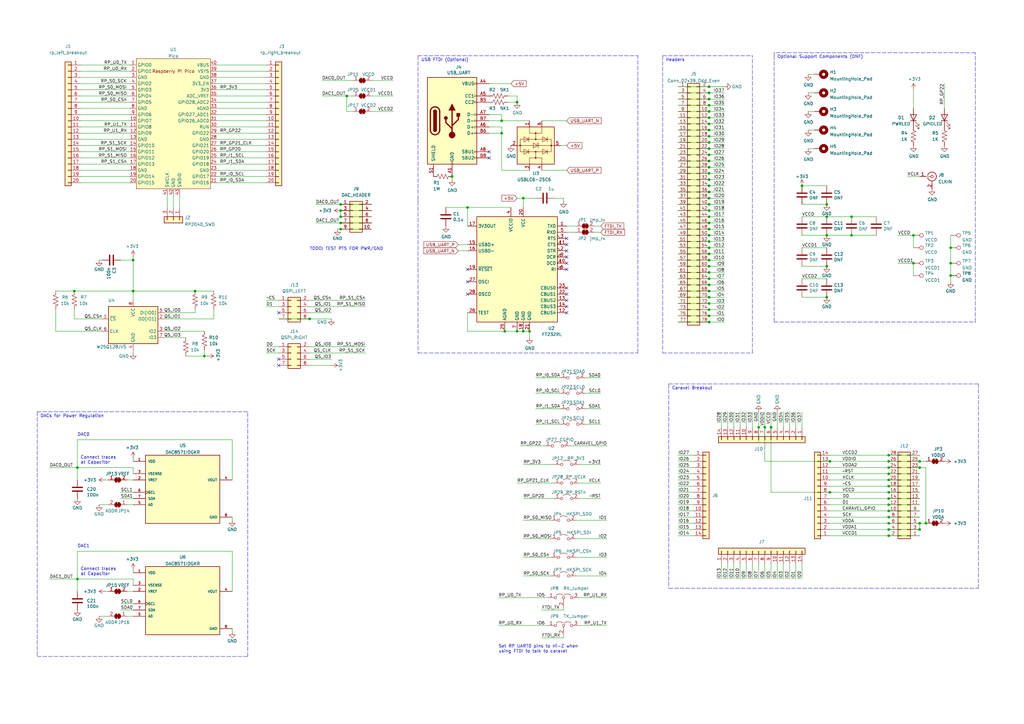
<source format=kicad_sch>
(kicad_sch (version 20211123) (generator eeschema)
  (paper "A3")
  (junction (at 364.49 201.93))
  (junction (at 364.49 214.63))
  (junction (at 290.83 106.68))
  (junction (at 139.7 83.82))
  (junction (at 290.83 93.98))
  (junction (at 339.09 83.82))
  (junction (at 364.49 199.39))
  (junction (at 290.83 121.92))
  (junction (at 377.19 189.23))
  (junction (at 311.15 175.26))
  (junction (at 364.49 194.31))
  (junction (at 290.83 58.42))
  (junction (at 349.25 88.9))
  (junction (at 290.83 101.6))
  (junction (at 339.09 109.22))
  (junction (at 364.49 209.55))
  (junction (at 290.83 55.88))
  (junction (at 374.65 96.52))
  (junction (at 379.73 214.63))
  (junction (at 290.83 119.38))
  (junction (at 377.19 214.63))
  (junction (at 31.75 237.49))
  (junction (at 290.83 35.56))
  (junction (at 214.63 81.28))
  (junction (at 339.09 96.52))
  (junction (at 389.89 101.6))
  (junction (at 316.23 175.26))
  (junction (at 364.49 204.47))
  (junction (at 31.75 191.77))
  (junction (at 139.7 91.44))
  (junction (at 313.69 175.26))
  (junction (at 339.09 88.9))
  (junction (at 212.09 135.89))
  (junction (at 290.83 132.08))
  (junction (at 290.83 111.76))
  (junction (at 290.83 114.3))
  (junction (at 205.74 54.61))
  (junction (at 290.83 83.82))
  (junction (at 290.83 127))
  (junction (at 290.83 53.34))
  (junction (at 339.09 121.92))
  (junction (at 389.89 107.95))
  (junction (at 217.17 135.89))
  (junction (at 340.36 189.23))
  (junction (at 290.83 68.58))
  (junction (at 364.49 186.69))
  (junction (at 377.19 191.77))
  (junction (at 290.83 63.5))
  (junction (at 54.61 119.38))
  (junction (at 80.01 119.38))
  (junction (at 290.83 73.66))
  (junction (at 364.49 217.17))
  (junction (at 290.83 48.26))
  (junction (at 364.49 219.71))
  (junction (at 54.61 106.68))
  (junction (at 205.74 49.53))
  (junction (at 340.36 201.93))
  (junction (at 212.09 41.91))
  (junction (at 290.83 129.54))
  (junction (at 30.48 119.38))
  (junction (at 290.83 66.04))
  (junction (at 290.83 88.9))
  (junction (at 139.7 88.9))
  (junction (at 349.25 96.52))
  (junction (at 364.49 207.01))
  (junction (at 364.49 212.09))
  (junction (at 364.49 196.85))
  (junction (at 290.83 99.06))
  (junction (at 290.83 40.64))
  (junction (at 290.83 76.2))
  (junction (at 290.83 45.72))
  (junction (at 290.83 124.46))
  (junction (at 191.77 85.09))
  (junction (at 142.24 39.37))
  (junction (at 139.7 86.36))
  (junction (at 290.83 104.14))
  (junction (at 127 130.81))
  (junction (at 83.82 146.05))
  (junction (at 290.83 78.74))
  (junction (at 290.83 116.84))
  (junction (at 290.83 81.28))
  (junction (at 377.19 217.17))
  (junction (at 290.83 43.18))
  (junction (at 364.49 189.23))
  (junction (at 290.83 50.8))
  (junction (at 389.89 113.03))
  (junction (at 290.83 60.96))
  (junction (at 290.83 38.1))
  (junction (at 185.42 72.39))
  (junction (at 139.7 93.98))
  (junction (at 290.83 71.12))
  (junction (at 290.83 109.22))
  (junction (at 374.65 107.95))
  (junction (at 290.83 86.36))
  (junction (at 207.01 135.89))
  (junction (at 214.63 135.89))
  (junction (at 364.49 191.77))
  (junction (at 290.83 96.52))
  (junction (at 290.83 91.44))
  (junction (at 328.93 76.2))
  (no_connect (at 200.66 64.77))
  (no_connect (at 232.41 125.73))
  (no_connect (at 232.41 105.41))
  (no_connect (at 232.41 123.19))
  (no_connect (at 114.3 147.32))
  (no_connect (at 114.3 149.86))
  (no_connect (at 232.41 107.95))
  (no_connect (at 232.41 100.33))
  (no_connect (at 114.3 128.27))
  (no_connect (at 232.41 102.87))
  (no_connect (at 232.41 120.65))
  (no_connect (at 191.77 110.49))
  (no_connect (at 191.77 115.57))
  (no_connect (at 232.41 97.79))
  (no_connect (at 232.41 110.49))
  (no_connect (at 200.66 62.23))
  (no_connect (at 191.77 120.65))
  (no_connect (at 232.41 128.27))
  (no_connect (at 232.41 118.11))
  (polyline (pts (xy 274.32 157.48) (xy 274.32 215.9)))
  (wire (pts (xy 109.22 144.78) (xy 114.3 144.78)))
  (wire (pts (xy 290.83 101.6) (xy 297.18 101.6)))
  (wire (pts (xy 328.93 96.52) (xy 339.09 96.52)))
  (wire (pts (xy 290.83 40.64) (xy 297.18 40.64)))
  (wire (pts (xy 76.2 146.05) (xy 83.82 146.05)))
  (wire (pts (xy 340.36 204.47) (xy 364.49 204.47)))
  (wire (pts (xy 33.02 67.31) (xy 53.34 67.31)))
  (wire (pts (xy 340.36 214.63) (xy 364.49 214.63)))
  (wire (pts (xy 139.7 93.98) (xy 152.4 93.98)))
  (polyline (pts (xy 15.24 168.91) (xy 15.24 269.24)))
  (wire (pts (xy 232.41 59.69) (xy 229.87 59.69)))
  (wire (pts (xy 374.65 36.83) (xy 374.65 44.45)))
  (wire (pts (xy 300.99 231.14) (xy 300.99 237.49)))
  (wire (pts (xy 318.77 231.14) (xy 318.77 237.49)))
  (wire (pts (xy 278.13 88.9) (xy 290.83 88.9)))
  (wire (pts (xy 306.07 231.14) (xy 306.07 237.49)))
  (wire (pts (xy 374.65 96.52) (xy 374.65 101.6)))
  (polyline (pts (xy 274.32 215.9) (xy 274.32 241.3)))
  (wire (pts (xy 364.49 186.69) (xy 377.19 186.69)))
  (wire (pts (xy 129.54 83.82) (xy 139.7 83.82)))
  (wire (pts (xy 290.83 53.34) (xy 297.18 53.34)))
  (polyline (pts (xy 274.32 241.3) (xy 401.32 241.3)))
  (wire (pts (xy 278.13 43.18) (xy 290.83 43.18)))
  (wire (pts (xy 278.13 76.2) (xy 290.83 76.2)))
  (wire (pts (xy 33.02 52.07) (xy 53.34 52.07)))
  (wire (pts (xy 212.09 39.37) (xy 212.09 41.91)))
  (polyline (pts (xy 401.32 241.3) (xy 401.32 157.48)))
  (polyline (pts (xy 271.78 22.86) (xy 308.61 22.86)))
  (wire (pts (xy 80.01 128.27) (xy 80.01 127)))
  (wire (pts (xy 31.75 226.06) (xy 95.25 226.06)))
  (wire (pts (xy 73.66 80.01) (xy 73.66 85.09)))
  (wire (pts (xy 191.77 92.71) (xy 191.77 85.09)))
  (wire (pts (xy 33.02 72.39) (xy 53.34 72.39)))
  (wire (pts (xy 127 125.73) (xy 149.86 125.73)))
  (wire (pts (xy 54.61 233.68) (xy 54.61 234.95)))
  (wire (pts (xy 139.7 91.44) (xy 152.4 91.44)))
  (wire (pts (xy 88.9 29.21) (xy 109.22 29.21)))
  (wire (pts (xy 214.63 220.98) (xy 226.06 220.98)))
  (wire (pts (xy 205.74 69.85) (xy 217.17 69.85)))
  (wire (pts (xy 54.61 240.03) (xy 54.61 237.49)))
  (wire (pts (xy 212.09 135.89) (xy 214.63 135.89)))
  (wire (pts (xy 303.53 168.91) (xy 303.53 175.26)))
  (wire (pts (xy 240.03 161.29) (xy 246.38 161.29)))
  (wire (pts (xy 340.36 191.77) (xy 364.49 191.77)))
  (wire (pts (xy 33.02 64.77) (xy 53.34 64.77)))
  (wire (pts (xy 152.4 39.37) (xy 161.29 39.37)))
  (wire (pts (xy 278.13 60.96) (xy 290.83 60.96)))
  (wire (pts (xy 290.83 50.8) (xy 297.18 50.8)))
  (wire (pts (xy 33.02 74.93) (xy 53.34 74.93)))
  (wire (pts (xy 49.53 247.65) (xy 54.61 247.65)))
  (wire (pts (xy 278.13 199.39) (xy 284.48 199.39)))
  (wire (pts (xy 339.09 88.9) (xy 349.25 88.9)))
  (wire (pts (xy 222.25 49.53) (xy 232.41 49.53)))
  (wire (pts (xy 87.63 127) (xy 87.63 130.81)))
  (wire (pts (xy 278.13 209.55) (xy 284.48 209.55)))
  (wire (pts (xy 214.63 213.36) (xy 226.06 213.36)))
  (wire (pts (xy 83.82 143.51) (xy 83.82 146.05)))
  (wire (pts (xy 54.61 106.68) (xy 54.61 119.38)))
  (wire (pts (xy 308.61 231.14) (xy 308.61 237.49)))
  (wire (pts (xy 187.96 102.87) (xy 191.77 102.87)))
  (wire (pts (xy 340.36 199.39) (xy 364.49 199.39)))
  (polyline (pts (xy 171.45 22.86) (xy 261.62 22.86)))
  (wire (pts (xy 243.84 92.71) (xy 246.38 92.71)))
  (polyline (pts (xy 271.78 22.86) (xy 271.78 144.78)))
  (wire (pts (xy 328.93 101.6) (xy 339.09 101.6)))
  (wire (pts (xy 306.07 168.91) (xy 306.07 175.26)))
  (wire (pts (xy 213.36 182.88) (xy 223.52 182.88)))
  (wire (pts (xy 278.13 48.26) (xy 290.83 48.26)))
  (wire (pts (xy 389.89 101.6) (xy 389.89 107.95)))
  (wire (pts (xy 368.3 96.52) (xy 374.65 96.52)))
  (wire (pts (xy 212.09 198.12) (xy 227.33 198.12)))
  (wire (pts (xy 300.99 168.91) (xy 300.99 175.26)))
  (wire (pts (xy 328.93 168.91) (xy 328.93 175.26)))
  (wire (pts (xy 290.83 93.98) (xy 297.18 93.98)))
  (wire (pts (xy 132.08 39.37) (xy 142.24 39.37)))
  (wire (pts (xy 278.13 109.22) (xy 290.83 109.22)))
  (wire (pts (xy 88.9 34.29) (xy 109.22 34.29)))
  (wire (pts (xy 127 128.27) (xy 135.89 128.27)))
  (wire (pts (xy 54.61 105.41) (xy 54.61 106.68)))
  (wire (pts (xy 290.83 111.76) (xy 297.18 111.76)))
  (wire (pts (xy 54.61 194.31) (xy 54.61 191.77)))
  (wire (pts (xy 278.13 214.63) (xy 284.48 214.63)))
  (wire (pts (xy 278.13 191.77) (xy 284.48 191.77)))
  (wire (pts (xy 295.91 168.91) (xy 295.91 175.26)))
  (wire (pts (xy 127 144.78) (xy 149.86 144.78)))
  (wire (pts (xy 340.36 201.93) (xy 364.49 201.93)))
  (wire (pts (xy 33.02 59.69) (xy 53.34 59.69)))
  (wire (pts (xy 379.73 214.63) (xy 379.73 191.77)))
  (wire (pts (xy 204.47 256.54) (xy 224.79 256.54)))
  (wire (pts (xy 331.47 30.48) (xy 334.01 30.48)))
  (wire (pts (xy 240.03 167.64) (xy 246.38 167.64)))
  (wire (pts (xy 49.53 201.93) (xy 54.61 201.93)))
  (wire (pts (xy 364.49 201.93) (xy 377.19 201.93)))
  (wire (pts (xy 278.13 35.56) (xy 290.83 35.56)))
  (wire (pts (xy 208.28 39.37) (xy 212.09 39.37)))
  (wire (pts (xy 222.25 261.62) (xy 231.14 261.62)))
  (wire (pts (xy 200.66 54.61) (xy 205.74 54.61)))
  (wire (pts (xy 88.9 54.61) (xy 109.22 54.61)))
  (wire (pts (xy 364.49 212.09) (xy 377.19 212.09)))
  (wire (pts (xy 278.13 119.38) (xy 290.83 119.38)))
  (wire (pts (xy 139.7 86.36) (xy 152.4 86.36)))
  (wire (pts (xy 236.22 220.98) (xy 248.92 220.98)))
  (wire (pts (xy 316.23 231.14) (xy 316.23 237.49)))
  (wire (pts (xy 364.49 207.01) (xy 377.19 207.01)))
  (wire (pts (xy 311.15 168.91) (xy 311.15 175.26)))
  (wire (pts (xy 67.31 135.89) (xy 83.82 135.89)))
  (wire (pts (xy 331.47 60.96) (xy 334.01 60.96)))
  (wire (pts (xy 290.83 109.22) (xy 297.18 109.22)))
  (polyline (pts (xy 274.32 157.48) (xy 364.49 157.48)))
  (wire (pts (xy 340.36 219.71) (xy 364.49 219.71)))
  (wire (pts (xy 278.13 83.82) (xy 290.83 83.82)))
  (wire (pts (xy 278.13 66.04) (xy 290.83 66.04)))
  (wire (pts (xy 278.13 38.1) (xy 290.83 38.1)))
  (wire (pts (xy 88.9 57.15) (xy 109.22 57.15)))
  (polyline (pts (xy 171.45 82.55) (xy 171.45 144.78)))
  (wire (pts (xy 214.63 204.47) (xy 227.33 204.47)))
  (wire (pts (xy 278.13 106.68) (xy 290.83 106.68)))
  (wire (pts (xy 364.49 219.71) (xy 377.19 219.71)))
  (wire (pts (xy 323.85 231.14) (xy 323.85 237.49)))
  (wire (pts (xy 290.83 63.5) (xy 297.18 63.5)))
  (wire (pts (xy 88.9 46.99) (xy 109.22 46.99)))
  (wire (pts (xy 364.49 191.77) (xy 377.19 191.77)))
  (polyline (pts (xy 261.62 81.28) (xy 261.62 22.86)))
  (wire (pts (xy 278.13 219.71) (xy 284.48 219.71)))
  (wire (pts (xy 219.71 154.94) (xy 229.87 154.94)))
  (wire (pts (xy 144.78 45.72) (xy 142.24 45.72)))
  (wire (pts (xy 139.7 88.9) (xy 152.4 88.9)))
  (wire (pts (xy 88.9 36.83) (xy 109.22 36.83)))
  (wire (pts (xy 40.64 106.68) (xy 41.91 106.68)))
  (wire (pts (xy 205.74 46.99) (xy 205.74 49.53)))
  (wire (pts (xy 278.13 121.92) (xy 290.83 121.92)))
  (wire (pts (xy 311.15 175.26) (xy 311.15 181.61)))
  (wire (pts (xy 219.71 173.99) (xy 229.87 173.99)))
  (wire (pts (xy 88.9 67.31) (xy 109.22 67.31)))
  (wire (pts (xy 33.02 49.53) (xy 53.34 49.53)))
  (wire (pts (xy 290.83 35.56) (xy 297.18 35.56)))
  (wire (pts (xy 278.13 81.28) (xy 290.83 81.28)))
  (wire (pts (xy 290.83 71.12) (xy 297.18 71.12)))
  (wire (pts (xy 31.75 180.34) (xy 95.25 180.34)))
  (wire (pts (xy 364.49 194.31) (xy 377.19 194.31)))
  (wire (pts (xy 33.02 44.45) (xy 53.34 44.45)))
  (wire (pts (xy 33.02 46.99) (xy 53.34 46.99)))
  (wire (pts (xy 54.61 143.51) (xy 54.61 144.78)))
  (wire (pts (xy 290.83 99.06) (xy 297.18 99.06)))
  (wire (pts (xy 339.09 96.52) (xy 349.25 96.52)))
  (wire (pts (xy 22.86 135.89) (xy 41.91 135.89)))
  (wire (pts (xy 243.84 95.25) (xy 246.38 95.25)))
  (wire (pts (xy 236.22 228.6) (xy 248.92 228.6)))
  (wire (pts (xy 31.75 226.06) (xy 31.75 237.49)))
  (wire (pts (xy 321.31 168.91) (xy 321.31 175.26)))
  (wire (pts (xy 290.83 106.68) (xy 297.18 106.68)))
  (wire (pts (xy 67.31 138.43) (xy 76.2 138.43)))
  (wire (pts (xy 313.69 189.23) (xy 340.36 189.23)))
  (wire (pts (xy 88.9 39.37) (xy 109.22 39.37)))
  (wire (pts (xy 132.08 33.02) (xy 144.78 33.02)))
  (wire (pts (xy 240.03 173.99) (xy 246.38 173.99)))
  (wire (pts (xy 290.83 86.36) (xy 297.18 86.36)))
  (wire (pts (xy 52.07 252.73) (xy 54.61 252.73)))
  (wire (pts (xy 389.89 113.03) (xy 389.89 115.57)))
  (wire (pts (xy 127 130.81) (xy 135.89 130.81)))
  (wire (pts (xy 109.22 142.24) (xy 114.3 142.24)))
  (wire (pts (xy 278.13 86.36) (xy 290.83 86.36)))
  (wire (pts (xy 290.83 91.44) (xy 297.18 91.44)))
  (wire (pts (xy 142.24 45.72) (xy 142.24 39.37)))
  (wire (pts (xy 88.9 74.93) (xy 109.22 74.93)))
  (wire (pts (xy 67.31 128.27) (xy 80.01 128.27)))
  (wire (pts (xy 323.85 168.91) (xy 323.85 175.26)))
  (wire (pts (xy 290.83 55.88) (xy 297.18 55.88)))
  (wire (pts (xy 387.35 34.29) (xy 387.35 44.45)))
  (wire (pts (xy 88.9 44.45) (xy 109.22 44.45)))
  (polyline (pts (xy 261.62 144.78) (xy 261.62 81.28)))
  (wire (pts (xy 340.36 209.55) (xy 364.49 209.55)))
  (polyline (pts (xy 317.5 132.08) (xy 400.05 132.08)))
  (wire (pts (xy 278.13 124.46) (xy 290.83 124.46)))
  (polyline (pts (xy 308.61 144.78) (xy 308.61 22.86)))
  (wire (pts (xy 340.36 207.01) (xy 364.49 207.01)))
  (wire (pts (xy 326.39 231.14) (xy 326.39 237.49)))
  (wire (pts (xy 316.23 175.26) (xy 316.23 201.93)))
  (wire (pts (xy 83.82 146.05) (xy 85.09 146.05)))
  (wire (pts (xy 290.83 66.04) (xy 297.18 66.04)))
  (wire (pts (xy 212.09 81.28) (xy 214.63 81.28)))
  (wire (pts (xy 278.13 93.98) (xy 290.83 93.98)))
  (wire (pts (xy 33.02 31.75) (xy 53.34 31.75)))
  (wire (pts (xy 114.3 130.81) (xy 127 130.81)))
  (wire (pts (xy 278.13 129.54) (xy 290.83 129.54)))
  (wire (pts (xy 205.74 54.61) (xy 205.74 69.85)))
  (wire (pts (xy 298.45 231.14) (xy 298.45 237.49)))
  (wire (pts (xy 278.13 194.31) (xy 284.48 194.31)))
  (wire (pts (xy 364.49 214.63) (xy 377.19 214.63)))
  (wire (pts (xy 364.49 199.39) (xy 377.19 199.39)))
  (polyline (pts (xy 15.24 269.24) (xy 101.6 269.24)))
  (wire (pts (xy 278.13 101.6) (xy 290.83 101.6)))
  (wire (pts (xy 231.14 248.92) (xy 231.14 250.19)))
  (wire (pts (xy 33.02 41.91) (xy 53.34 41.91)))
  (wire (pts (xy 278.13 45.72) (xy 290.83 45.72)))
  (polyline (pts (xy 171.45 22.86) (xy 171.45 81.28)))
  (wire (pts (xy 349.25 88.9) (xy 359.41 88.9)))
  (wire (pts (xy 328.93 114.3) (xy 339.09 114.3)))
  (wire (pts (xy 33.02 62.23) (xy 53.34 62.23)))
  (wire (pts (xy 31.75 191.77) (xy 31.75 196.85)))
  (wire (pts (xy 290.83 104.14) (xy 297.18 104.14)))
  (wire (pts (xy 109.22 125.73) (xy 114.3 125.73)))
  (wire (pts (xy 30.48 119.38) (xy 54.61 119.38)))
  (wire (pts (xy 290.83 132.08) (xy 297.18 132.08)))
  (wire (pts (xy 49.53 250.19) (xy 54.61 250.19)))
  (wire (pts (xy 278.13 217.17) (xy 284.48 217.17)))
  (wire (pts (xy 278.13 78.74) (xy 290.83 78.74)))
  (wire (pts (xy 88.9 64.77) (xy 109.22 64.77)))
  (wire (pts (xy 33.02 26.67) (xy 53.34 26.67)))
  (wire (pts (xy 200.66 52.07) (xy 205.74 52.07)))
  (wire (pts (xy 138.43 93.98) (xy 139.7 93.98)))
  (wire (pts (xy 278.13 186.69) (xy 284.48 186.69)))
  (wire (pts (xy 278.13 196.85) (xy 284.48 196.85)))
  (wire (pts (xy 49.53 204.47) (xy 54.61 204.47)))
  (wire (pts (xy 54.61 119.38) (xy 54.61 123.19)))
  (wire (pts (xy 278.13 204.47) (xy 284.48 204.47)))
  (wire (pts (xy 236.22 236.22) (xy 248.92 236.22)))
  (wire (pts (xy 88.9 59.69) (xy 109.22 59.69)))
  (wire (pts (xy 278.13 96.52) (xy 290.83 96.52)))
  (wire (pts (xy 204.47 245.11) (xy 224.79 245.11)))
  (wire (pts (xy 340.36 196.85) (xy 364.49 196.85)))
  (wire (pts (xy 214.63 135.89) (xy 217.17 135.89)))
  (wire (pts (xy 222.25 69.85) (xy 232.41 69.85)))
  (wire (pts (xy 20.32 191.77) (xy 31.75 191.77)))
  (wire (pts (xy 205.74 52.07) (xy 205.74 54.61)))
  (wire (pts (xy 364.49 217.17) (xy 377.19 217.17)))
  (wire (pts (xy 237.49 204.47) (xy 246.38 204.47)))
  (wire (pts (xy 374.65 107.95) (xy 374.65 113.03)))
  (wire (pts (xy 219.71 167.64) (xy 229.87 167.64)))
  (wire (pts (xy 54.61 187.96) (xy 54.61 189.23)))
  (wire (pts (xy 185.42 72.39) (xy 185.42 73.66)))
  (wire (pts (xy 278.13 127) (xy 290.83 127)))
  (polyline (pts (xy 15.24 168.91) (xy 101.6 168.91)))
  (wire (pts (xy 200.66 49.53) (xy 205.74 49.53)))
  (wire (pts (xy 278.13 207.01) (xy 284.48 207.01)))
  (polyline (pts (xy 101.6 269.24) (xy 101.6 168.91)))
  (wire (pts (xy 20.32 237.49) (xy 31.75 237.49)))
  (wire (pts (xy 236.22 213.36) (xy 248.92 213.36)))
  (wire (pts (xy 88.9 41.91) (xy 109.22 41.91)))
  (wire (pts (xy 217.17 135.89) (xy 217.17 138.43)))
  (wire (pts (xy 231.14 82.55) (xy 231.14 81.28)))
  (wire (pts (xy 80.01 119.38) (xy 87.63 119.38)))
  (wire (pts (xy 95.25 226.06) (xy 95.25 242.57)))
  (wire (pts (xy 290.83 81.28) (xy 297.18 81.28)))
  (wire (pts (xy 232.41 92.71) (xy 236.22 92.71)))
  (wire (pts (xy 152.4 33.02) (xy 161.29 33.02)))
  (polyline (pts (xy 317.5 21.59) (xy 317.5 22.86)))
  (wire (pts (xy 308.61 168.91) (xy 308.61 175.26)))
  (wire (pts (xy 377.19 214.63) (xy 379.73 214.63)))
  (wire (pts (xy 95.25 257.81) (xy 95.25 259.08)))
  (wire (pts (xy 88.9 62.23) (xy 109.22 62.23)))
  (wire (pts (xy 232.41 95.25) (xy 236.22 95.25)))
  (wire (pts (xy 88.9 52.07) (xy 109.22 52.07)))
  (wire (pts (xy 43.18 196.85) (xy 44.45 196.85)))
  (wire (pts (xy 191.77 85.09) (xy 209.55 85.09)))
  (wire (pts (xy 95.25 180.34) (xy 95.25 196.85)))
  (wire (pts (xy 379.73 191.77) (xy 377.19 191.77)))
  (wire (pts (xy 191.77 135.89) (xy 207.01 135.89)))
  (wire (pts (xy 290.83 88.9) (xy 297.18 88.9)))
  (wire (pts (xy 30.48 130.81) (xy 30.48 127)))
  (wire (pts (xy 212.09 41.91) (xy 208.28 41.91)))
  (wire (pts (xy 278.13 201.93) (xy 284.48 201.93)))
  (wire (pts (xy 290.83 83.82) (xy 297.18 83.82)))
  (wire (pts (xy 88.9 69.85) (xy 109.22 69.85)))
  (wire (pts (xy 290.83 119.38) (xy 297.18 119.38)))
  (wire (pts (xy 290.83 114.3) (xy 297.18 114.3)))
  (wire (pts (xy 290.83 121.92) (xy 297.18 121.92)))
  (wire (pts (xy 214.63 190.5) (xy 227.33 190.5)))
  (wire (pts (xy 200.66 46.99) (xy 205.74 46.99)))
  (wire (pts (xy 142.24 39.37) (xy 144.78 39.37)))
  (wire (pts (xy 33.02 29.21) (xy 53.34 29.21)))
  (wire (pts (xy 331.47 38.1) (xy 334.01 38.1)))
  (polyline (pts (xy 317.5 22.86) (xy 317.5 132.08)))
  (wire (pts (xy 88.9 72.39) (xy 109.22 72.39)))
  (wire (pts (xy 127 123.19) (xy 149.86 123.19)))
  (wire (pts (xy 290.83 116.84) (xy 297.18 116.84)))
  (wire (pts (xy 298.45 168.91) (xy 298.45 175.26)))
  (wire (pts (xy 52.07 207.01) (xy 54.61 207.01)))
  (wire (pts (xy 340.36 189.23) (xy 364.49 189.23)))
  (wire (pts (xy 290.83 38.1) (xy 297.18 38.1)))
  (wire (pts (xy 278.13 212.09) (xy 284.48 212.09)))
  (wire (pts (xy 311.15 231.14) (xy 311.15 237.49)))
  (wire (pts (xy 389.89 96.52) (xy 389.89 101.6)))
  (wire (pts (xy 33.02 69.85) (xy 53.34 69.85)))
  (wire (pts (xy 54.61 119.38) (xy 80.01 119.38)))
  (wire (pts (xy 340.36 186.69) (xy 364.49 186.69)))
  (wire (pts (xy 290.83 78.74) (xy 297.18 78.74)))
  (wire (pts (xy 278.13 99.06) (xy 290.83 99.06)))
  (wire (pts (xy 328.93 88.9) (xy 339.09 88.9)))
  (wire (pts (xy 331.47 53.34) (xy 334.01 53.34)))
  (wire (pts (xy 278.13 63.5) (xy 290.83 63.5)))
  (wire (pts (xy 40.64 207.01) (xy 44.45 207.01)))
  (wire (pts (xy 340.36 212.09) (xy 364.49 212.09)))
  (wire (pts (xy 377.19 214.63) (xy 377.19 217.17)))
  (wire (pts (xy 127 147.32) (xy 135.89 147.32)))
  (wire (pts (xy 290.83 45.72) (xy 297.18 45.72)))
  (wire (pts (xy 316.23 168.91) (xy 316.23 175.26)))
  (wire (pts (xy 40.64 252.73) (xy 44.45 252.73)))
  (wire (pts (xy 214.63 81.28) (xy 219.71 81.28)))
  (wire (pts (xy 364.49 189.23) (xy 377.19 189.23)))
  (wire (pts (xy 33.02 57.15) (xy 53.34 57.15)))
  (polyline (pts (xy 400.05 132.08) (xy 400.05 21.59)))
  (wire (pts (xy 290.83 68.58) (xy 297.18 68.58)))
  (wire (pts (xy 290.83 60.96) (xy 297.18 60.96)))
  (wire (pts (xy 33.02 54.61) (xy 53.34 54.61)))
  (wire (pts (xy 43.18 242.57) (xy 44.45 242.57)))
  (wire (pts (xy 237.49 245.11) (xy 248.92 245.11)))
  (wire (pts (xy 231.14 81.28) (xy 227.33 81.28)))
  (wire (pts (xy 67.31 130.81) (xy 87.63 130.81)))
  (wire (pts (xy 200.66 34.29) (xy 209.55 34.29)))
  (wire (pts (xy 340.36 217.17) (xy 364.49 217.17)))
  (wire (pts (xy 33.02 39.37) (xy 53.34 39.37)))
  (polyline (pts (xy 400.05 21.59) (xy 317.5 21.59)))
  (wire (pts (xy 290.83 96.52) (xy 297.18 96.52)))
  (wire (pts (xy 278.13 71.12) (xy 290.83 71.12)))
  (wire (pts (xy 313.69 175.26) (xy 313.69 189.23)))
  (wire (pts (xy 22.86 119.38) (xy 30.48 119.38)))
  (wire (pts (xy 219.71 161.29) (xy 229.87 161.29)))
  (wire (pts (xy 349.25 96.52) (xy 359.41 96.52)))
  (wire (pts (xy 68.58 80.01) (xy 68.58 85.09)))
  (wire (pts (xy 71.12 80.01) (xy 71.12 85.09)))
  (wire (pts (xy 49.53 106.68) (xy 54.61 106.68)))
  (wire (pts (xy 303.53 231.14) (xy 303.53 237.49)))
  (wire (pts (xy 214.63 228.6) (xy 226.06 228.6)))
  (wire (pts (xy 328.93 231.14) (xy 328.93 237.49)))
  (wire (pts (xy 129.54 91.44) (xy 139.7 91.44)))
  (wire (pts (xy 364.49 209.55) (xy 377.19 209.55)))
  (wire (pts (xy 278.13 132.08) (xy 290.83 132.08)))
  (wire (pts (xy 372.11 72.39) (xy 377.19 72.39)))
  (wire (pts (xy 368.3 107.95) (xy 374.65 107.95)))
  (wire (pts (xy 331.47 45.72) (xy 334.01 45.72)))
  (wire (pts (xy 278.13 68.58) (xy 290.83 68.58)))
  (wire (pts (xy 191.77 128.27) (xy 191.77 135.89)))
  (wire (pts (xy 377.19 189.23) (xy 379.73 189.23)))
  (wire (pts (xy 214.63 236.22) (xy 226.06 236.22)))
  (polyline (pts (xy 271.78 144.78) (xy 308.61 144.78)))
  (wire (pts (xy 328.93 109.22) (xy 339.09 109.22)))
  (wire (pts (xy 313.69 168.91) (xy 313.69 175.26)))
  (wire (pts (xy 318.77 168.91) (xy 318.77 175.26)))
  (wire (pts (xy 231.14 260.35) (xy 231.14 261.62)))
  (wire (pts (xy 54.61 191.77) (xy 31.75 191.77)))
  (wire (pts (xy 127 142.24) (xy 149.86 142.24)))
  (wire (pts (xy 278.13 189.23) (xy 284.48 189.23)))
  (wire (pts (xy 31.75 180.34) (xy 31.75 191.77)))
  (wire (pts (xy 290.83 48.26) (xy 297.18 48.26)))
  (wire (pts (xy 364.49 196.85) (xy 377.19 196.85)))
  (wire (pts (xy 139.7 83.82) (xy 152.4 83.82)))
  (wire (pts (xy 328.93 76.2) (xy 339.09 76.2)))
  (wire (pts (xy 237.49 190.5) (xy 246.38 190.5)))
  (wire (pts (xy 364.49 204.47) (xy 377.19 204.47)))
  (wire (pts (xy 290.83 124.46) (xy 297.18 124.46)))
  (wire (pts (xy 326.39 168.91) (xy 326.39 175.26)))
  (wire (pts (xy 214.63 81.28) (xy 214.63 85.09)))
  (wire (pts (xy 88.9 49.53) (xy 109.22 49.53)))
  (wire (pts (xy 278.13 114.3) (xy 290.83 114.3)))
  (wire (pts (xy 290.83 43.18) (xy 297.18 43.18)))
  (wire (pts (xy 54.61 237.49) (xy 31.75 237.49)))
  (wire (pts (xy 290.83 129.54) (xy 297.18 129.54)))
  (wire (pts (xy 187.96 100.33) (xy 191.77 100.33)))
  (wire (pts (xy 207.01 135.89) (xy 212.09 135.89)))
  (wire (pts (xy 233.68 182.88) (xy 248.92 182.88)))
  (wire (pts (xy 290.83 73.66) (xy 297.18 73.66)))
  (wire (pts (xy 22.86 127) (xy 22.86 135.89)))
  (wire (pts (xy 33.02 34.29) (xy 53.34 34.29)))
  (wire (pts (xy 95.25 212.09) (xy 95.25 213.36)))
  (wire (pts (xy 316.23 201.93) (xy 340.36 201.93)))
  (wire (pts (xy 127 149.86) (xy 135.89 149.86)))
  (wire (pts (xy 290.83 127) (xy 297.18 127)))
  (wire (pts (xy 278.13 111.76) (xy 290.83 111.76)))
  (wire (pts (xy 33.02 36.83) (xy 53.34 36.83)))
  (wire (pts (xy 278.13 58.42) (xy 290.83 58.42)))
  (wire (pts (xy 328.93 121.92) (xy 339.09 121.92)))
  (wire (pts (xy 139.7 86.36) (xy 139.7 88.9)))
  (wire (pts (xy 52.07 242.57) (xy 54.61 242.57)))
  (wire (pts (xy 389.89 107.95) (xy 389.89 113.03)))
  (wire (pts (xy 237.49 198.12) (xy 246.38 198.12)))
  (polyline (pts (xy 171.45 144.78) (xy 261.62 144.78)))
  (wire (pts (xy 88.9 31.75) (xy 109.22 31.75)))
  (wire (pts (xy 278.13 50.8) (xy 290.83 50.8)))
  (wire (pts (xy 295.91 231.14) (xy 295.91 237.49)))
  (wire (pts (xy 222.25 250.19) (xy 231.14 250.19)))
  (polyline (pts (xy 171.45 81.28) (xy 171.45 82.55)))
  (wire (pts (xy 340.36 194.31) (xy 364.49 194.31)))
  (wire (pts (xy 278.13 73.66) (xy 290.83 73.66)))
  (wire (pts (xy 290.83 76.2) (xy 297.18 76.2)))
  (wire (pts (xy 278.13 91.44) (xy 290.83 91.44)))
  (wire (pts (xy 109.22 123.19) (xy 114.3 123.19)))
  (wire (pts (xy 182.88 85.09) (xy 191.77 85.09)))
  (wire (pts (xy 152.4 45.72) (xy 161.29 45.72)))
  (wire (pts (xy 278.13 40.64) (xy 290.83 40.64)))
  (wire (pts (xy 313.69 231.14) (xy 313.69 237.49)))
  (polyline (pts (xy 401.32 157.48) (xy 364.49 157.48)))
  (wire (pts (xy 290.83 58.42) (xy 297.18 58.42)))
  (wire (pts (xy 31.75 237.49) (xy 31.75 242.57)))
  (wire (pts (xy 205.74 49.53) (xy 217.17 49.53)))
  (wire (pts (xy 30.48 130.81) (xy 41.91 130.81)))
  (wire (pts (xy 278.13 53.34) (xy 290.83 53.34)))
  (wire (pts (xy 278.13 116.84) (xy 290.83 116.84)))
  (wire (pts (xy 240.03 154.94) (xy 246.38 154.94)))
  (wire (pts (xy 321.31 231.14) (xy 321.31 237.49)))
  (wire (pts (xy 278.13 55.88) (xy 290.83 55.88)))
  (wire (pts (xy 52.07 196.85) (xy 54.61 196.85)))
  (wire (pts (xy 278.13 104.14) (xy 290.83 104.14)))
  (wire (pts (xy 88.9 26.67) (xy 109.22 26.67)))
  (wire (pts (xy 237.49 256.54) (xy 248.92 256.54)))
  (wire (pts (xy 328.93 83.82) (xy 339.09 83.82)))
  (text "Set RP UART0 pins to Hi-Z when\nusing FTDI to talk to caravel" (at 204.47 267.97 0) (effects (font (size 1.27 1.27)) (justify left bottom)))
  (text "DAC0" (at 31.75 179.07 0) (effects (font (size 1.27 1.27)) (justify left bottom)))
  (text "DACs for Power Regulation" (at 16.51 171.45 0) (effects (font (size 1.27 1.27)) (justify left bottom)))
  (text "USB FTDI (Optional)" (at 172.72 25.4 0) (effects (font (size 1.27 1.27)) (justify left bottom)))
  (text "Optional Support Components (DNF)\n" (at 318.77 24.13 0) (effects (font (size 1.27 1.27)) (justify left bottom)))
  (text "Caravel Breakout" (at 275.59 160.02 0) (effects (font (size 1.27 1.27)) (justify left bottom)))
  (text "TODO: TEST PTS FOR PWR/GND" (at 127 102.87 0) (effects (font (size 1.27 1.27)) (justify left bottom)))
  (text "DAC1\n" (at 31.75 224.79 0) (effects (font (size 1.27 1.27)) (justify left bottom)))
  (text "Connect traces\nat Capacitor" (at 33.02 236.22 0) (effects (font (size 1.27 1.27)) (justify left bottom)))
  (text "Connect traces\nat Capacitor" (at 33.02 190.5 0) (effects (font (size 1.27 1.27)) (justify left bottom)))
  (text "Headers" (at 273.05 25.4 0) (effects (font (size 1.27 1.27)) (justify left bottom)))
  (label "RP_S1_CSn" (at 149.86 123.19 180))
  (label "IO34" (at 321.31 168.91 270))
  (label "+3V3" (at 246.38 190.5 180))
  (label "RP_S0_MISO" (at 214.63 213.36 0))
  (label "IO6" (at 223.52 256.54 180))
  (label "RP_GP20" (at 214.63 204.47 0))
  (label "IO30" (at 297.18 55.88 180))
  (label "RP_I1_SDA" (at 90.17 67.31 0))
  (label "DAC1_OUT" (at 20.32 237.49 0))
  (label "IO6" (at 313.69 237.49 90))
  (label "IO6" (at 297.18 116.84 180))
  (label "IO31" (at 303.53 168.91 270))
  (label "IO28" (at 295.91 168.91 270))
  (label "VCCD" (at 328.93 88.9 0))
  (label "IO19" (at 278.13 207.01 0))
  (label "IO8" (at 297.18 111.76 180))
  (label "CARAVEL_GPIO" (at 248.92 182.88 180))
  (label "IO30" (at 300.99 168.91 270))
  (label "IO9" (at 306.07 237.49 90))
  (label "RP_3V3" (at 214.63 190.5 0))
  (label "IO27" (at 297.18 63.5 180))
  (label "VCCD1" (at 345.44 219.71 0))
  (label "RP_GP22" (at 387.35 34.29 270))
  (label "IO33" (at 297.18 48.26 180))
  (label "RP_S1_MISO" (at 52.07 64.77 180))
  (label "SCL1" (at 246.38 173.99 180))
  (label "IO31" (at 297.18 53.34 180))
  (label "IO26" (at 297.18 66.04 180))
  (label "IO10" (at 297.18 106.68 180))
  (label "RP_U1_RX" (at 52.07 54.61 180))
  (label "IO2" (at 297.18 127 180))
  (label "QS_CLK" (at 135.89 144.78 180))
  (label "SDA0" (at 49.53 250.19 0))
  (label "RP_U0_RX" (at 52.07 29.21 180))
  (label "IO26" (at 278.13 189.23 0))
  (label "RP_I0_SCL" (at 219.71 161.29 0))
  (label "IO35" (at 323.85 168.91 270))
  (label "IO0" (at 297.18 132.08 180))
  (label "IO27" (at 278.13 186.69 0))
  (label "IO29" (at 298.45 168.91 270))
  (label "IO3" (at 297.18 124.46 180))
  (label "RP_3V3" (at 90.17 36.83 0))
  (label "XCLK" (at 246.38 198.12 180))
  (label "IO15" (at 278.13 217.17 0))
  (label "QS_IO1" (at 135.89 125.73 180))
  (label "VDDA1" (at 345.44 217.17 0))
  (label "RP_S1_SCK" (at 149.86 144.78 180))
  (label "D0" (at 345.599 204.47 0))
  (label "IO10" (at 303.53 237.49 90))
  (label "QS_IO1" (at 67.31 130.81 0))
  (label "RP_I1_SCL" (at 219.71 173.99 0))
  (label "FTDI_RX" (at 222.25 261.62 0))
  (label "IO23" (at 297.18 73.66 180))
  (label "RP_S1_CSn" (at 52.07 67.31 180))
  (label "IO16" (at 278.13 214.63 0))
  (label "IO7" (at 311.15 237.49 90))
  (label "SCL0" (at 49.53 247.65 0))
  (label "IO28" (at 297.18 60.96 180))
  (label "IO11" (at 297.18 104.14 180))
  (label "QS_CSn" (at 41.91 130.81 180))
  (label "RP_I0_SDA" (at 90.17 74.93 0))
  (label "RP_I1_SCL" (at 90.17 64.77 0))
  (label "IO1" (at 326.39 237.49 90))
  (label "VCCD" (at 161.29 33.02 180))
  (label "IO15" (at 297.18 93.98 180))
  (label "VCCD2" (at 161.29 45.72 180))
  (label "RP_S0_SCK" (at 52.07 34.29 180))
  (label "CARAVEL_GPIO" (at 345.44 209.55 0))
  (label "IO11" (at 300.99 237.49 90))
  (label "RP_U0_TX" (at 204.47 245.11 0))
  (label "D1" (at 345.44 207.01 0))
  (label "IO13" (at 297.18 99.06 180))
  (label "IO36" (at 326.39 168.91 270))
  (label "VCCD2" (at 345.44 186.69 0))
  (label "VCCD" (at 316.23 168.91 270))
  (label "IO19" (at 297.18 83.82 180))
  (label "RP_S0_MOSI" (at 214.63 220.98 0))
  (label "SCK" (at 345.4718 212.09 0))
  (label "IO14" (at 297.18 96.52 180))
  (label "IO18" (at 297.18 86.36 180))
  (label "GND" (at 318.77 168.91 270))
  (label "VCCD1" (at 328.93 101.6 0))
  (label "RP_GP22" (at 90.17 54.61 0))
  (label "SDA0" (at 246.38 154.94 180))
  (label "RP_S1_MISO" (at 149.86 125.73 180))
  (label "RP_S0_SCK" (at 214.63 236.22 0))
  (label "IO7" (at 297.18 114.3 180))
  (label "IO29" (at 297.18 58.42 180))
  (label "RP_S0_MISO" (at 52.07 39.37 180))
  (label "IO34" (at 297.18 45.72 180))
  (label "IO24" (at 297.18 71.12 180))
  (label "D1" (at 109.22 125.73 0))
  (label "RP_S1_MOSI" (at 149.86 142.24 180))
  (label "~RST" (at 345.4718 194.31 0))
  (label "GND" (at 311.15 168.91 270))
  (label "~RST" (at 246.38 204.47 180))
  (label "RP_S1_SCK" (at 52.07 59.69 180))
  (label "VDDIO" (at 345.44 189.23 0))
  (label "IO4" (at 318.77 237.49 90))
  (label "IO23" (at 278.13 196.85 0))
  (label "IO21" (at 278.13 201.93 0))
  (label "IO32" (at 297.18 50.8 180))
  (label "RP_GP21_CLK" (at 212.09 198.12 0))
  (label "IO3" (at 321.31 237.49 90))
  (label "VCCD1" (at 161.29 39.37 180))
  (label "XCLK" (at 372.11 72.39 0))
  (label "IO36" (at 297.18 40.64 180))
  (label "RP_S0_CSn" (at 52.07 41.91 180))
  (label "IO2" (at 323.85 237.49 90))
  (label "QS_IO3" (at 135.89 147.32 180))
  (label "QS_IO2" (at 67.31 135.89 0))
  (label "RP_U1_RX" (at 248.92 245.11 180))
  (label "IO5" (at 316.23 237.49 90))
  (label "IO37" (at 297.18 38.1 180))
  (label "IO33" (at 308.61 168.91 270))
  (label "D0" (at 109.22 142.24 0))
  (label "QS_IO2" (at 135.89 128.27 180))
  (label "RP_GP22" (at 213.36 182.88 0))
  (label "SCL1" (at 49.53 201.93 0))
  (label "RP_U1_TX" (at 52.07 52.07 180))
  (label "IO18" (at 278.13 209.55 0))
  (label "IO0" (at 328.93 237.49 90))
  (label "IO20" (at 278.13 204.47 0))
  (label "QS_IO0" (at 67.31 128.27 0))
  (label "IO13" (at 295.91 237.49 90))
  (label "IO2" (at 248.92 220.98 180))
  (label "IO9" (at 297.18 109.22 180))
  (label "IO32" (at 306.07 168.91 270))
  (label "DAC1_OUT" (at 129.54 91.44 0))
  (label "SDA1" (at 49.53 204.47 0))
  (label "DAC0_OUT" (at 129.54 83.82 0))
  (label "VCCD2" (at 328.93 114.3 0))
  (label "IO22" (at 297.18 76.2 180))
  (label "VDDA2" (at 345.44 191.77 0))
  (label "IO5" (at 297.18 119.38 180))
  (label "VCCD" (at 345.44 201.93 0))
  (label "IO4" (at 248.92 236.22 180))
  (label "SCL0" (at 246.38 161.29 180))
  (label "~CS" (at 109.22 123.19 0))
  (label "DAC0_OUT" (at 20.32 191.77 0))
  (label "IO16" (at 297.18 91.44 180))
  (label "RP_S0_CSn" (at 214.63 228.6 0))
  (label "QS_IO0" (at 135.89 142.24 180))
  (label "IO37" (at 328.93 168.91 270))
  (label "QS_IO3" (at 67.31 138.43 0))
  (label "IO12" (at 297.18 101.6 180))
  (label "IO35" (at 297.18 43.18 180))
  (label "IO22" (at 278.13 199.39 0))
  (label "RP_GP20" (at 90.17 62.23 0))
  (label "IO20" (at 297.18 81.28 180))
  (label "IO17" (at 278.13 212.09 0))
  (label "IO25" (at 297.18 68.58 180))
  (label "DAC1_OUT" (at 132.08 39.37 0))
  (label "IO3" (at 248.92 228.6 180))
  (label "VCCD" (at 368.3 96.52 0))
  (label "IO25" (at 278.13 191.77 0))
  (label "FTDI_TX" (at 222.25 250.19 0))
  (label "VCCD1" (at 368.3 107.95 0))
  (label "VDDIO" (at 313.69 168.91 270))
  (label "IO14" (at 278.13 219.71 0))
  (label "XCLK" (at 345.4718 196.85 0))
  (label "QS_CLK" (at 41.91 135.89 180))
  (label "RP_U0_RX" (at 204.47 256.54 0))
  (label "IO5" (at 223.52 245.11 180))
  (label "IO12" (at 298.45 237.49 90))
  (label "IO1" (at 297.18 129.54 180))
  (label "RP_I0_SDA" (at 219.71 154.94 0))
  (label "SCK" (at 109.22 144.78 0))
  (label "RP_U1_TX" (at 248.92 256.54 180))
  (label "RP_S0_MOSI" (at 52.07 36.83 180))
  (label "RP_I1_SDA" (at 219.71 167.64 0))
  (label "~CS" (at 345.5036 199.39 0))
  (label "IO17" (at 297.18 88.9 180))
  (label "RP_U0_TX" (at 52.07 26.67 180))
  (label "DAC0_OUT" (at 132.08 33.02 0))
  (label "IO1" (at 248.92 213.36 180))
  (label "RP_S1_MOSI" (at 52.07 62.23 180))
  (label "RP_GP21_CLK" (at 90.17 59.69 0))
  (label "VDDA" (at 345.44 214.63 0))
  (label "QS_CSn" (at 135.89 123.19 180))
  (label "IO8" (at 308.61 237.49 90))
  (label "IO21" (at 297.18 78.74 180))
  (label "SDA1" (at 246.38 167.64 180))
  (label "IO4" (at 297.18 121.92 180))
  (label "IO24" (at 278.13 194.31 0))
  (label "RP_I0_SCL" (at 90.17 72.39 0))
  (global_label "+5V" (shape input) (at 209.55 34.29 0) (property "Intersheet References" "${INTERSHEET_REFS}" (effects hide)))
  (global_label "FTDI_TX" (shape input) (at 246.38 92.71 0) (property "Intersheet References" "${INTERSHEET_REFS}" (effects hide)))
  (global_label "USB_UART_N" (shape input) (at 232.41 49.53 0) (property "Intersheet References" "${INTERSHEET_REFS}" (effects hide)))
  (global_label "USB_UART_P" (shape input) (at 232.41 69.85 0) (property "Intersheet References" "${INTERSHEET_REFS}" (effects hide)))
  (global_label "+5V" (shape input) (at 212.09 81.28 180) (property "Intersheet References" "${INTERSHEET_REFS}" (effects hide)))
  (global_label "USB_UART_N" (shape input) (at 187.96 102.87 180) (property "Intersheet References" "${INTERSHEET_REFS}" (effects hide)))
  (global_label "USB_UART_P" (shape input) (at 187.96 100.33 180) (property "Intersheet References" "${INTERSHEET_REFS}" (effects hide)))
  (global_label "FTDI_RX" (shape input) (at 246.38 95.25 0) (property "Intersheet References" "${INTERSHEET_REFS}" (effects hide)))
  (global_label "+5V" (shape input) (at 232.41 59.69 0) (property "Intersheet References" "${INTERSHEET_REFS}" (effects hide)))
  (symbol (lib_id "power:+3.3V") (at 328.93 76.2 0) (unit 1)
    (property "Reference" "#PWR0125" (effects hide))
    (property "Value" "+3.3V" (at 328.93 72.39 0))
  )
  (symbol (lib_id "Device:R_US") (at 374.65 55.88 0) (unit 1)
    (property "Reference" "R4" (at 369.57 54.61 0) (effects (justify left)))
    (property "Value" "1K" (at 369.57 57.15 0) (effects (justify left)))
    (property "Footprint" "Resistor_SMD:R_0603_1608Metric" (effects hide))
  )
  (symbol (lib_id "power:+3V3") (at 374.65 36.83 0) (unit 1)
    (property "Reference" "#PWR0120" (effects hide))
    (property "Value" "+3V3" (at 375.031 32.4358 0))
  )
  (symbol (lib_id "Device:C") (at 223.52 81.28 90) (unit 1)
    (property "Reference" "C2" (at 222.25 77.47 90) (effects (justify left)))
    (property "Value" "1u" (at 227.33 77.47 90) (effects (justify left)))
    (property "Footprint" "Capacitor_SMD:C_0603_1608Metric" (effects hide))
  )
  (symbol (lib_id "Jumper:Jumper_2_Open") (at 231.14 220.98 0) (unit 1)
    (property "Reference" "JP5" (at 228.6 218.44 0))
    (property "Value" "HKSPI_SDI" (at 237.49 218.44 0))
    (property "Footprint" "Connector_PinHeader_2.54mm:PinHeader_1x02_P2.54mm_Vertical" (effects hide))
  )
  (symbol (lib_id "Connector:TestPoint") (at 389.89 96.52 270) (unit 1)
    (property "Reference" "TP5" (at 394.589 95.6115 90) (effects (justify left)))
    (property "Value" "GND" (at 394.589 98.3866 90) (effects (justify left)))
    (property "Footprint" "TestPoint:TestPoint_Keystone_5000-5004_Miniature" (effects hide))
  )
  (symbol (lib_id "Jumper:Jumper_2_Open") (at 232.41 198.12 0) (unit 1)
    (property "Reference" "JP28" (at 228.6 195.58 0))
    (property "Value" "RP_XCLK" (at 236.22 195.58 0))
    (property "Footprint" "Connector_PinHeader_2.54mm:PinHeader_1x02_P2.54mm_Vertical" (effects hide))
  )
  (symbol (lib_id "Device:C") (at 339.09 92.71 0) (unit 1)
    (property "Reference" "C11" (at 342.011 91.5416 0) (effects (justify left)))
    (property "Value" "DNF" (at 342.011 93.853 0) (effects (justify left)))
    (property "Footprint" "Capacitor_SMD:C_0603_1608Metric" (effects hide))
  )
  (symbol (lib_id "Connector_Generic:Conn_01x20") (at 114.3 49.53 0) (unit 1)
    (property "Reference" "J3" (at 114.3 19.05 0) (effects (justify left)))
    (property "Value" "rp_right_breakout" (at 106.68 21.59 0) (effects (justify left)))
    (property "Footprint" "Connector_PinHeader_2.54mm:PinHeader_1x20_P2.54mm_Vertical" (effects hide))
  )
  (symbol (lib_id "Device:C") (at 31.75 200.66 0) (unit 1)
    (property "Reference" "C20" (at 35.56 200.66 0) (effects (justify left)))
    (property "Value" "100n" (at 35.56 202.9714 0) (effects (justify left)))
    (property "Footprint" "Capacitor_SMD:C_0603_1608Metric" (effects hide))
  )
  (symbol (lib_id "power:GND") (at 182.88 92.71 0) (unit 1)
    (property "Reference" "#PWR0112" (effects hide))
    (property "Value" "GND" (at 183.007 97.1042 0))
  )
  (symbol (lib_id "Jumper:SolderJumper_2_Bridged") (at 148.59 39.37 0) (unit 1)
    (property "Reference" "JP25" (at 144.78 36.83 0))
    (property "Value" "VCCD1" (at 151.13 36.83 0))
    (property "Footprint" "Jumper:SolderJumper-2_P1.3mm_Bridged2Bar_RoundedPad1.0x1.5mm" (effects hide))
  )
  (symbol (lib_id "power:+3.3V") (at 387.35 189.23 270) (unit 1)
    (property "Reference" "#PWR0106" (effects hide))
    (property "Value" "+3.3V" (at 393.7 189.23 90))
  )
  (symbol (lib_id "Connector_Generic:Conn_01x14") (at 289.56 201.93 0) (unit 1)
    (property "Reference" "J6" (at 292.1 203.1999 0) (effects (justify left)))
    (property "Value" "Conn_01x14" (effects hide))
    (property "Footprint" "Connector_PinHeader_1.27mm:PinHeader_1x14_P1.27mm_Vertical" (effects hide))
  )
  (symbol (lib_id "Jumper:Jumper_2_Open") (at 234.95 161.29 0) (unit 1)
    (property "Reference" "JP22" (at 232.41 158.75 0))
    (property "Value" "SCL0" (at 237.49 158.75 0))
    (property "Footprint" "Connector_PinHeader_2.54mm:PinHeader_1x02_P2.54mm_Vertical" (effects hide))
  )
  (symbol (lib_id "Connector:TestPoint") (at 374.65 96.52 270) (unit 1)
    (property "Reference" "TP1" (at 379.349 95.6115 90) (effects (justify left)))
    (property "Value" "VCCD" (at 379.349 98.3866 90) (effects (justify left)))
    (property "Footprint" "TestPoint:TestPoint_Keystone_5000-5004_Miniature" (effects hide))
  )
  (symbol (lib_id "Jumper:SolderJumper_2_Bridged") (at 48.26 242.57 0) (unit 1)
    (property "Reference" "JP15" (at 45.72 240.03 0))
    (property "Value" "VREF" (at 50.8 240.03 0))
    (property "Footprint" "Jumper:SolderJumper-2_P1.3mm_Bridged_RoundedPad1.0x1.5mm" (effects hide))
  )
  (symbol (lib_id "Device:C") (at 31.75 246.38 0) (unit 1)
    (property "Reference" "C21" (at 35.56 246.38 0) (effects (justify left)))
    (property "Value" "100n" (at 35.56 248.6914 0) (effects (justify left)))
    (property "Footprint" "Capacitor_SMD:C_0603_1608Metric" (effects hide))
  )
  (symbol (lib_id "power:+3V3") (at 43.18 196.85 90) (mirror x) (unit 1)
    (property "Reference" "#PWR0144" (effects hide))
    (property "Value" "+3V3" (at 36.83 196.85 90))
  )
  (symbol (lib_id "Device:C") (at 45.72 106.68 270) (unit 1)
    (property "Reference" "C3" (at 46.8884 109.601 0) (effects (justify left)))
    (property "Value" "100n" (at 44.577 109.601 0) (effects (justify left)))
    (property "Footprint" "Capacitor_SMD:C_0603_1608Metric" (effects hide))
  )
  (symbol (lib_id "Jumper:SolderJumper_2_Bridged") (at 48.26 207.01 180) (unit 1)
    (property "Reference" "JP14" (at 50.8 209.55 0))
    (property "Value" "ADDR" (at 45.72 209.55 0))
    (property "Footprint" "Jumper:SolderJumper-2_P1.3mm_Bridged_RoundedPad1.0x1.5mm" (effects hide))
  )
  (symbol (lib_id "power:GND") (at 40.64 252.73 0) (unit 1)
    (property "Reference" "#PWR0141" (effects hide))
    (property "Value" "GND" (at 40.64 256.54 0))
  )
  (symbol (lib_id "Device:R_US") (at 22.86 123.19 0) (mirror y) (unit 1)
    (property "Reference" "R6" (at 26.67 121.92 0))
    (property "Value" "10k" (at 26.67 124.46 0))
    (property "Footprint" "Resistor_SMD:R_0603_1608Metric" (effects hide))
  )
  (symbol (lib_id "Connector_Generic:Conn_01x14") (at 313.69 180.34 270) (unit 1)
    (property "Reference" "J10" (at 311.15 184.15 90))
    (property "Value" "Conn_01x14" (effects hide))
    (property "Footprint" "Connector_PinHeader_1.27mm:PinHeader_1x14_P1.27mm_Vertical" (effects hide))
  )
  (symbol (lib_id "Connector:TestPoint") (at 389.89 101.6 270) (unit 1)
    (property "Reference" "TP6" (at 394.589 100.6915 90) (effects (justify left)))
    (property "Value" "GND" (at 394.589 103.4666 90) (effects (justify left)))
    (property "Footprint" "TestPoint:TestPoint_Keystone_5000-5004_Miniature" (effects hide))
  )
  (symbol (lib_id "Device:C") (at 182.88 88.9 0) (unit 1)
    (property "Reference" "C1" (at 185.801 87.7316 0) (effects (justify left)))
    (property "Value" "0.1u" (at 185.801 90.043 0) (effects (justify left)))
    (property "Footprint" "Capacitor_SMD:C_0603_1608Metric" (effects hide))
  )
  (symbol (lib_id "Device:C") (at 328.93 118.11 0) (unit 1)
    (property "Reference" "C10" (at 331.851 116.9416 0) (effects (justify left)))
    (property "Value" "DNF" (at 331.851 119.253 0) (effects (justify left)))
    (property "Footprint" "Capacitor_SMD:C_0603_1608Metric" (effects hide))
  )
  (symbol (lib_id "power:GND") (at 339.09 96.52 0) (unit 1)
    (property "Reference" "#PWR0127" (effects hide))
    (property "Value" "GND" (at 339.09 100.33 0))
  )
  (symbol (lib_id "power:GND") (at 389.89 115.57 0) (unit 1)
    (property "Reference" "#PWR0155" (effects hide))
    (property "Value" "GND" (at 389.89 119.38 0))
  )
  (symbol (lib_id "power:GND") (at 185.42 73.66 0) (unit 1)
    (property "Reference" "#PWR0111" (effects hide))
    (property "Value" "GND" (at 185.547 78.0542 0))
  )
  (symbol (lib_id "power:+3V3") (at 135.89 149.86 270) (mirror x) (unit 1)
    (property "Reference" "#PWR0154" (effects hide))
    (property "Value" "+3V3" (at 139.7 149.86 0))
  )
  (symbol (lib_id "DAC8571IDGKR:DAC8571IDGKR") (at 74.93 245.11 0) (unit 1)
    (property "Reference" "U6" (at 74.93 228.4435 0))
    (property "Value" "DAC8571IDGKR" (at 74.93 231.2186 0))
    (property "Footprint" "DAC8571IDGKR:SOP65P490X110-8N" (effects hide))
    (property "MAXIMUM_PACKAGE_HEIGHT" "1.10 mm" (effects hide))
    (property "STANDARD" "IPC-7351B" (effects hide))
    (property "MANUFACTURER" "Texas Instruments" (effects hide))
    (property "PARTREV" "July 2003" (effects hide))
  )
  (symbol (lib_id "power:GND") (at 95.25 213.36 0) (unit 1)
    (property "Reference" "#PWR0142" (effects hide))
    (property "Value" "GND" (at 95.25 217.17 0))
  )
  (symbol (lib_id "Jumper:Jumper_2_Open") (at 234.95 154.94 0) (unit 1)
    (property "Reference" "JP21" (at 232.41 152.4 0))
    (property "Value" "SDA0" (at 237.49 152.4 0))
    (property "Footprint" "Connector_PinHeader_2.54mm:PinHeader_1x02_P2.54mm_Vertical" (effects hide))
  )
  (symbol (lib_id "Connector:TestPoint") (at 389.89 113.03 270) (unit 1)
    (property "Reference" "TP8" (at 394.589 112.1215 90) (effects (justify left)))
    (property "Value" "GND" (at 394.589 114.8966 90) (effects (justify left)))
    (property "Footprint" "TestPoint:TestPoint_Keystone_5000-5004_Miniature" (effects hide))
  )
  (symbol (lib_id "power:GND") (at 40.64 207.01 0) (unit 1)
    (property "Reference" "#PWR0130" (effects hide))
    (property "Value" "GND" (at 40.64 210.82 0))
  )
  (symbol (lib_id "Jumper:Jumper_2_Open") (at 228.6 182.88 0) (unit 1)
    (property "Reference" "JP27" (at 226.06 180.34 0))
    (property "Value" "CGPIO" (at 232.41 180.34 0))
    (property "Footprint" "Connector_PinHeader_2.54mm:PinHeader_1x02_P2.54mm_Vertical" (effects hide))
  )
  (symbol (lib_id "Device:R_US") (at 87.63 123.19 0) (mirror y) (unit 1)
    (property "Reference" "R11" (at 91.44 121.92 0))
    (property "Value" "10k" (at 91.44 124.46 0))
    (property "Footprint" "Resistor_SMD:R_0603_1608Metric" (effects hide))
  )
  (symbol (lib_id "power:GND") (at 331.47 38.1 0) (unit 1)
    (property "Reference" "#PWR0122" (effects hide))
    (property "Value" "GND" (at 331.597 42.4942 0))
  )
  (symbol (lib_id "Connector_Generic:Conn_01x14") (at 335.28 204.47 180) (unit 1)
    (property "Reference" "J11" (at 331.47 204.47 0))
    (property "Value" "Conn_01x14" (effects hide))
    (property "Footprint" "Connector_PinHeader_1.27mm:PinHeader_1x14_P1.27mm_Vertical" (effects hide))
  )
  (symbol (lib_id "Mechanical:MountingHole_Pad") (at 336.55 60.96 270) (unit 1)
    (property "Reference" "H5" (at 340.36 60.0515 90) (effects (justify left)))
    (property "Value" "MountingHole_Pad" (at 340.36 62.8266 90) (effects (justify left)))
    (property "Footprint" "MountingHole:MountingHole_3.2mm_M3_Pad_Via" (effects hide))
  )
  (symbol (lib_id "Jumper:SolderJumper_2_Bridged") (at 383.54 214.63 0) (unit 1)
    (property "Reference" "JP10" (at 384.81 209.55 0))
    (property "Value" "VDDA" (at 384.81 212.09 0))
    (property "Footprint" "Jumper:SolderJumper-2_P1.3mm_Bridged2Bar_Pad1.0x1.5mm" (effects hide))
  )
  (symbol (lib_id "Connector:TestPoint") (at 374.65 113.03 270) (unit 1)
    (property "Reference" "TP4" (at 379.349 112.1215 90) (effects (justify left)))
    (property "Value" "VCCD1" (at 379.349 114.8966 90) (effects (justify left)))
    (property "Footprint" "TestPoint:TestPoint_Keystone_5000-5004_Miniature" (effects hide))
  )
  (symbol (lib_id "power:GND") (at 387.35 59.69 0) (unit 1)
    (property "Reference" "#PWR0119" (effects hide))
    (property "Value" "GND" (at 387.477 64.0842 0))
  )
  (symbol (lib_id "Device:C") (at 328.93 80.01 0) (unit 1)
    (property "Reference" "C4" (at 331.851 78.8416 0) (effects (justify left)))
    (property "Value" "DNF" (at 331.851 81.153 0) (effects (justify left)))
    (property "Footprint" "Capacitor_SMD:C_0603_1608Metric" (effects hide))
  )
  (symbol (lib_id "power:+3V3") (at 54.61 187.96 0) (mirror y) (unit 1)
    (property "Reference" "#PWR0132" (effects hide))
    (property "Value" "+3V3" (at 54.229 183.5658 0))
  )
  (symbol (lib_id "power:GND") (at 54.61 144.78 0) (unit 1)
    (property "Reference" "#PWR0116" (effects hide))
    (property "Value" "GND" (at 50.8 146.05 0))
  )
  (symbol (lib_id "power:GND") (at 374.65 59.69 0) (unit 1)
    (property "Reference" "#PWR0118" (effects hide))
    (property "Value" "GND" (at 374.777 64.0842 0))
  )
  (symbol (lib_id "power:GND") (at 339.09 83.82 0) (unit 1)
    (property "Reference" "#PWR0126" (effects hide))
    (property "Value" "GND" (at 339.09 87.63 0))
  )
  (symbol (lib_id "Jumper:Jumper_2_Open") (at 234.95 167.64 0) (unit 1)
    (property "Reference" "JP23" (at 232.41 165.1 0))
    (property "Value" "SDA1" (at 237.49 165.1 0))
    (property "Footprint" "Connector_PinHeader_2.54mm:PinHeader_1x02_P2.54mm_Vertical" (effects hide))
  )
  (symbol (lib_id "Device:R_US") (at 387.35 55.88 0) (unit 1)
    (property "Reference" "R5" (at 382.27 54.61 0) (effects (justify left)))
    (property "Value" "1K" (at 382.27 57.15 0) (effects (justify left)))
    (property "Footprint" "Resistor_SMD:R_0603_1608Metric" (effects hide))
  )
  (symbol (lib_id "power:GND") (at 331.47 53.34 0) (unit 1)
    (property "Reference" "#PWR0124" (effects hide))
    (property "Value" "GND" (at 331.597 57.7342 0))
  )
  (symbol (lib_id "Mechanical:MountingHole_Pad") (at 336.55 45.72 270) (unit 1)
    (property "Reference" "H3" (at 340.36 44.8115 90) (effects (justify left)))
    (property "Value" "MountingHole_Pad" (at 340.36 47.5866 90) (effects (justify left)))
    (property "Footprint" "MountingHole:MountingHole_3.2mm_M3_Pad_Via" (effects hide))
  )
  (symbol (lib_id "Jumper:SolderJumper_2_Bridged") (at 383.54 189.23 0) (unit 1)
    (property "Reference" "JP3" (at 384.81 184.15 0))
    (property "Value" "VDDIO" (at 384.81 186.69 0))
    (property "Footprint" "Jumper:SolderJumper-2_P1.3mm_Bridged2Bar_Pad1.0x1.5mm" (effects hide))
  )
  (symbol (lib_id "power:GND") (at 311.15 168.91 180) (unit 1)
    (property "Reference" "#PWR0103" (effects hide))
    (property "Value" "GND" (at 311.15 163.83 90))
  )
  (symbol (lib_id "power:GND") (at 212.09 41.91 0) (unit 1)
    (property "Reference" "#PWR0108" (effects hide))
    (property "Value" "GND" (at 212.217 46.3042 0))
  )
  (symbol (lib_id "power:GND") (at 339.09 121.92 0) (unit 1)
    (property "Reference" "#PWR0129" (effects hide))
    (property "Value" "GND" (at 339.09 125.73 0))
  )
  (symbol (lib_id "Device:C") (at 349.25 92.71 0) (unit 1)
    (property "Reference" "C6" (at 352.171 91.5416 0) (effects (justify left)))
    (property "Value" "DNF" (at 352.171 93.853 0) (effects (justify left)))
    (property "Footprint" "Capacitor_SMD:C_0603_1608Metric" (effects hide))
  )
  (symbol (lib_id "Jumper:SolderJumper_2_Bridged") (at 48.26 196.85 0) (unit 1)
    (property "Reference" "JP13" (at 45.72 194.31 0))
    (property "Value" "VREF" (at 50.8 194.31 0))
    (property "Footprint" "Jumper:SolderJumper-2_P1.3mm_Bridged_RoundedPad1.0x1.5mm" (effects hide))
  )
  (symbol (lib_id "Connector_Generic:Conn_02x04_Odd_Even") (at 119.38 144.78 0) (unit 1)
    (property "Reference" "J14" (at 120.65 135.89 0))
    (property "Value" "QSPI_RIGHT" (at 120.65 138.43 0))
    (property "Footprint" "Connector_PinHeader_2.54mm:PinHeader_2x04_P2.54mm_Vertical" (effects hide))
  )
  (symbol (lib_id "Device:R_US") (at 30.48 123.19 0) (mirror y) (unit 1)
    (property "Reference" "R7" (at 34.29 121.92 0))
    (property "Value" "10k" (at 34.29 124.46 0))
    (property "Footprint" "Resistor_SMD:R_0603_1608Metric" (effects hide))
  )
  (symbol (lib_id "Device:R_US") (at 76.2 142.24 0) (mirror y) (unit 1)
    (property "Reference" "R8" (at 80.01 140.97 0))
    (property "Value" "10k" (at 80.01 143.51 0))
    (property "Footprint" "Resistor_SMD:R_0603_1608Metric" (effects hide))
  )
  (symbol (lib_id "power:+3V3") (at 43.18 242.57 90) (mirror x) (unit 1)
    (property "Reference" "#PWR0138" (effects hide))
    (property "Value" "+3V3" (at 36.83 242.57 90))
  )
  (symbol (lib_id "power:GND") (at 331.47 60.96 0) (unit 1)
    (property "Reference" "#PWR0102" (effects hide))
    (property "Value" "GND" (at 331.597 65.3542 0))
  )
  (symbol (lib_id "Device:R_US") (at 204.47 41.91 90) (unit 1)
    (property "Reference" "R3" (at 201.93 44.45 90))
    (property "Value" "5K1" (at 207.01 44.45 90))
    (property "Footprint" "Resistor_SMD:R_0603_1608Metric" (effects hide))
  )
  (symbol (lib_id "Jumper:Jumper_3_Open") (at 231.14 256.54 0) (unit 1)
    (property "Reference" "JP9" (at 227.33 252.73 0))
    (property "Value" "TX_Jumper" (at 236.22 252.73 0))
    (property "Footprint" "Connector_PinHeader_2.54mm:PinHeader_1x03_P2.54mm_Vertical" (effects hide))
  )
  (symbol (lib_id "power:GND") (at 31.75 204.47 0) (unit 1)
    (property "Reference" "#PWR0146" (effects hide))
    (property "Value" "GND" (at 31.75 208.28 0))
  )
  (symbol (lib_id "Device:LED") (at 374.65 48.26 90) (unit 1)
    (property "Reference" "D1" (at 368.3 48.26 90) (effects (justify right)))
    (property "Value" "PWRLED" (at 365.76 50.8 90) (effects (justify right)))
    (property "Footprint" "LED_SMD:LED_0805_2012Metric" (effects hide))
  )
  (symbol (lib_id "power:GND") (at 217.17 138.43 0) (unit 1)
    (property "Reference" "#PWR0109" (effects hide))
    (property "Value" "GND" (at 217.297 142.8242 0))
  )
  (symbol (lib_id "Device:C") (at 328.93 92.71 0) (unit 1)
    (property "Reference" "C8" (at 331.851 91.5416 0) (effects (justify left)))
    (property "Value" "DNF" (at 331.851 93.853 0) (effects (justify left)))
    (property "Footprint" "Capacitor_SMD:C_0603_1608Metric" (effects hide))
  )
  (symbol (lib_id "power:GND") (at 318.77 168.91 180) (unit 1)
    (property "Reference" "#PWR0101" (effects hide))
    (property "Value" "GND" (at 318.77 163.83 90))
  )
  (symbol (lib_id "Jumper:Jumper_2_Open") (at 232.41 190.5 0) (unit 1)
    (property "Reference" "JP12" (at 228.6 187.96 0))
    (property "Value" "RP_3V3" (at 236.22 187.96 0))
    (property "Footprint" "Connector_PinHeader_2.54mm:PinHeader_1x02_P2.54mm_Vertical" (effects hide))
  )
  (symbol (lib_id "power:GND") (at 382.27 77.47 0) (unit 1)
    (property "Reference" "#PWR0117" (effects hide))
    (property "Value" "GND" (at 382.397 81.8642 0))
  )
  (symbol (lib_id "Jumper:SolderJumper_2_Bridged") (at 148.59 45.72 0) (unit 1)
    (property "Reference" "JP17" (at 144.78 43.18 0))
    (property "Value" "VCCD2" (at 151.13 43.18 0))
    (property "Footprint" "Jumper:SolderJumper-2_P1.3mm_Bridged2Bar_RoundedPad1.0x1.5mm" (effects hide))
  )
  (symbol (lib_id "Memory_Flash:W25Q128JVS") (at 54.61 133.35 0) (unit 1)
    (property "Reference" "U4" (at 45.72 123.19 0))
    (property "Value" "W25Q128JVS" (at 45.72 142.24 0))
    (property "Footprint" "Package_SO:SOIC-8_5.23x5.23mm_P1.27mm" (effects hide))
    (property "Datasheet" "http://www.winbond.com/resource-files/w25q128jv_dtr%20revc%2003272018%20plus.pdf" (effects hide))
  )
  (symbol (lib_id "Connector_Generic:Conn_02x04_Odd_Even") (at 119.38 125.73 0) (unit 1)
    (property "Reference" "J13" (at 120.65 116.84 0))
    (property "Value" "QSPI_LEFT" (at 120.65 119.38 0))
    (property "Footprint" "Connector_PinHeader_2.54mm:PinHeader_2x04_P2.54mm_Vertical" (effects hide))
  )
  (symbol (lib_id "Device:C") (at 339.09 118.11 0) (unit 1)
    (property "Reference" "C13" (at 342.011 116.9416 0) (effects (justify left)))
    (property "Value" "DNF" (at 342.011 119.253 0) (effects (justify left)))
    (property "Footprint" "Capacitor_SMD:C_0603_1608Metric" (effects hide))
  )
  (symbol (lib_id "power:GND") (at 138.43 93.98 0) (unit 1)
    (property "Reference" "#PWR0150" (effects hide))
    (property "Value" "GND" (at 138.43 97.79 0))
  )
  (symbol (lib_id "Device:R_US") (at 80.01 123.19 0) (mirror y) (unit 1)
    (property "Reference" "R9" (at 83.82 121.92 0))
    (property "Value" "10k" (at 83.82 124.46 0))
    (property "Footprint" "Resistor_SMD:R_0603_1608Metric" (effects hide))
  )
  (symbol (lib_id "power:+3V3") (at 85.09 146.05 270) (mirror x) (unit 1)
    (property "Reference" "#PWR0152" (effects hide))
    (property "Value" "+3V3" (at 89.4842 145.669 0))
  )
  (symbol (lib_id "Connector_Generic:Conn_02x14_Odd_Even") (at 372.11 204.47 180) (unit 1)
    (property "Reference" "J12" (at 370.84 182.88 0))
    (property "Value" "Conn_02x14_Odd_Even" (effects hide))
    (property "Footprint" "Connector_PinHeader_2.54mm:PinHeader_2x14_P2.54mm_Vertical" (effects hide))
  )
  (symbol (lib_id "Device:R_US") (at 204.47 39.37 90) (unit 1)
    (property "Reference" "R2" (at 201.93 36.83 90))
    (property "Value" "5K1" (at 207.01 36.83 90))
    (property "Footprint" "Resistor_SMD:R_0603_1608Metric" (effects hide))
  )
  (symbol (lib_id "Interface_USB:FT232RL") (at 212.09 110.49 0) (unit 1)
    (property "Reference" "U2" (at 224.79 134.62 0) (effects (justify left)))
    (property "Value" "FT232RL" (at 222.25 137.16 0) (effects (justify left)))
    (property "Footprint" "Package_SO:SSOP-28_5.3x10.2mm_P0.65mm" (effects hide))
    (property "Datasheet" "https://www.ftdichip.com/Support/Documents/DataSheets/ICs/DS_FT232R.pdf" (effects hide))
  )
  (symbol (lib_id "power:GND") (at 209.55 59.69 0) (unit 1)
    (property "Reference" "#PWR0107" (effects hide))
    (property "Value" "GND" (at 209.677 64.0842 0))
  )
  (symbol (lib_id "power:GND") (at 331.47 30.48 0) (unit 1)
    (property "Reference" "#PWR0121" (effects hide))
    (property "Value" "GND" (at 331.597 34.8742 0))
  )
  (symbol (lib_id "Device:LED") (at 387.35 48.26 90) (unit 1)
    (property "Reference" "D2" (at 381 48.26 90) (effects (justify right)))
    (property "Value" "GPIOLED" (at 378.46 50.8 90) (effects (justify right)))
    (property "Footprint" "LED_SMD:LED_0805_2012Metric" (effects hide))
  )
  (symbol (lib_id "power:+3V3") (at 54.61 105.41 0) (mirror y) (unit 1)
    (property "Reference" "#PWR0113" (effects hide))
    (property "Value" "+3V3" (at 54.229 101.0158 0))
  )
  (symbol (lib_id "power:+3.3V") (at 139.7 86.36 90) (unit 1)
    (property "Reference" "#PWR0114" (effects hide))
    (property "Value" "+3.3V" (at 133.35 86.36 90))
  )
  (symbol (lib_id "Device:C") (at 359.41 92.71 0) (unit 1)
    (property "Reference" "C7" (at 362.331 91.5416 0) (effects (justify left)))
    (property "Value" "DNF" (at 362.331 93.853 0) (effects (justify left)))
    (property "Footprint" "Capacitor_SMD:C_0603_1608Metric" (effects hide))
  )
  (symbol (lib_id "Connector_Generic:Conn_02x05_Odd_Even") (at 144.78 88.9 0) (unit 1)
    (property "Reference" "J9" (at 146.05 77.47 0))
    (property "Value" "DAC_HEADER" (at 146.05 80.01 0))
    (property "Footprint" "Connector_PinHeader_2.54mm:PinHeader_2x05_P2.54mm_Vertical" (effects hide))
  )
  (symbol (lib_id "Jumper:Jumper_2_Open") (at 232.41 204.47 0) (unit 1)
    (property "Reference" "JP29" (at 228.6 201.93 0))
    (property "Value" "RP_RSTn" (at 236.22 201.93 0))
    (property "Footprint" "Connector_PinHeader_2.54mm:PinHeader_1x02_P2.54mm_Vertical" (effects hide))
  )
  (symbol (lib_id "Jumper:Jumper_3_Open") (at 231.14 245.11 0) (unit 1)
    (property "Reference" "JP8" (at 227.33 241.3 0))
    (property "Value" "RX_Jumper" (at 236.22 241.3 0))
    (property "Footprint" "Connector_PinHeader_2.54mm:PinHeader_1x03_P2.54mm_Vertical" (effects hide))
  )
  (symbol (lib_id "power:+3V3") (at 54.61 233.68 0) (mirror y) (unit 1)
    (property "Reference" "#PWR0145" (effects hide))
    (property "Value" "+3V3" (at 54.229 229.2858 0))
  )
  (symbol (lib_id "Mechanical:MountingHole_Pad") (at 336.55 38.1 270) (unit 1)
    (property "Reference" "H2" (at 340.36 37.1915 90) (effects (justify left)))
    (property "Value" "MountingHole_Pad" (at 340.36 39.9666 90) (effects (justify left)))
    (property "Footprint" "MountingHole:MountingHole_3.2mm_M3_Pad_Via" (effects hide))
  )
  (symbol (lib_id "Jumper:Jumper_2_Open") (at 231.14 213.36 0) (unit 1)
    (property "Reference" "JP4" (at 228.6 210.82 0))
    (property "Value" "HKSPI_SDO" (at 237.49 210.82 0))
    (property "Footprint" "Connector_PinHeader_2.54mm:PinHeader_1x02_P2.54mm_Vertical" (effects hide))
  )
  (symbol (lib_id "Jumper:Jumper_2_Open") (at 231.14 236.22 0) (unit 1)
    (property "Reference" "JP7" (at 228.6 233.68 0))
    (property "Value" "HKSPI_SCK" (at 237.49 233.68 0))
    (property "Footprint" "Connector_PinHeader_2.54mm:PinHeader_1x02_P2.54mm_Vertical" (effects hide))
  )
  (symbol (lib_id "Jumper:SolderJumper_2_Bridged") (at 148.59 33.02 0) (unit 1)
    (property "Reference" "JP11" (at 144.78 30.48 0))
    (property "Value" "VCCD" (at 151.13 30.48 0))
    (property "Footprint" "Jumper:SolderJumper-2_P1.3mm_Bridged2Bar_RoundedPad1.0x1.5mm" (effects hide))
  )
  (symbol (lib_id "Device:C") (at 339.09 105.41 0) (unit 1)
    (property "Reference" "C12" (at 342.011 104.2416 0) (effects (justify left)))
    (property "Value" "DNF" (at 342.011 106.553 0) (effects (justify left)))
    (property "Footprint" "Capacitor_SMD:C_0603_1608Metric" (effects hide))
  )
  (symbol (lib_id "Connector:Conn_Coaxial") (at 382.27 72.39 0) (unit 1)
    (property "Reference" "J8" (at 384.8101 71.7747 0) (effects (justify left)))
    (property "Value" "CLKIN" (at 384.8101 74.5498 0) (effects (justify left)))
    (property "Footprint" "Connector_Coaxial:SMA_Amphenol_132289_EdgeMount" (effects hide))
    (property "Datasheet" " ~" (effects hide))
  )
  (symbol (lib_id "Device:C") (at 339.09 80.01 0) (unit 1)
    (property "Reference" "C5" (at 342.011 78.8416 0) (effects (justify left)))
    (property "Value" "DNF" (at 342.011 81.153 0) (effects (justify left)))
    (property "Footprint" "Capacitor_SMD:C_0603_1608Metric" (effects hide))
  )
  (symbol (lib_id "power:GND") (at 95.25 259.08 0) (unit 1)
    (property "Reference" "#PWR0140" (effects hide))
    (property "Value" "GND" (at 95.25 262.89 0))
  )
  (symbol (lib_id "Connector:USB_C_Receptacle_USB2.0") (at 185.42 49.53 0) (unit 1)
    (property "Reference" "J4" (at 188.1378 27.5082 0))
    (property "Value" "USB_UART" (at 188.1378 29.8196 0))
    (property "Footprint" "Connector_USB:USB_C_Receptacle_HRO_TYPE-C-31-M-12" (effects hide))
    (property "Datasheet" "https://www.usb.org/sites/default/files/documents/usb_type-c.zip" (effects hide))
  )
  (symbol (lib_id "Jumper:SolderJumper_2_Bridged") (at 240.03 95.25 0) (mirror x) (unit 1)
    (property "Reference" "JP2" (at 238.76 97.79 0))
    (property "Value" "jmp_rx" (at 245.11 97.79 0))
    (property "Footprint" "Jumper:SolderJumper-2_P1.3mm_Bridged_RoundedPad1.0x1.5mm" (effects hide))
  )
  (symbol (lib_id "MCU_RaspberryPi_and_Boards:Pico") (at 71.12 50.8 0) (unit 1)
    (property "Reference" "U1" (at 71.12 20.2905 0))
    (property "Value" "Pico" (at 71.12 23.0656 0))
    (property "Footprint" "RP2040:RPi_Pico_SMD_TH" (effects hide))
  )
  (symbol (lib_id "Device:R_US") (at 83.82 139.7 0) (mirror y) (unit 1)
    (property "Reference" "R10" (at 87.63 138.43 0))
    (property "Value" "10k" (at 87.63 140.97 0))
    (property "Footprint" "Resistor_SMD:R_0603_1608Metric" (effects hide))
  )
  (symbol (lib_id "Connector_Generic:Conn_02x39_Odd_Even") (at 283.21 83.82 0) (unit 1)
    (property "Reference" "J5" (at 284.48 30.3235 0))
    (property "Value" "Conn_02x39_Odd_Even" (at 284.48 33.0986 0))
    (property "Footprint" "Connector_PinHeader_2.54mm:PinHeader_2x39_P2.54mm_Vertical" (effects hide))
  )
  (symbol (lib_id "power:+3.3V") (at 387.35 214.63 270) (unit 1)
    (property "Reference" "#PWR0104" (effects hide))
    (property "Value" "+3.3V" (at 393.7 214.63 90))
  )
  (symbol (lib_id "DAC8571IDGKR:DAC8571IDGKR") (at 74.93 199.39 0) (unit 1)
    (property "Reference" "U5" (at 74.93 182.7235 0))
    (property "Value" "DAC8571IDGKR" (at 74.93 185.4986 0))
    (property "Footprint" "DAC8571IDGKR:SOP65P490X110-8N" (effects hide))
    (property "MAXIMUM_PACKAGE_HEIGHT" "1.10 mm" (effects hide))
    (property "STANDARD" "IPC-7351B" (effects hide))
    (property "MANUFACTURER" "Texas Instruments" (effects hide))
    (property "PARTREV" "July 2003" (effects hide))
  )
  (symbol (lib_id "power:GND") (at 40.64 106.68 0) (unit 1)
    (property "Reference" "#PWR0115" (effects hide))
    (property "Value" "GND" (at 40.64 110.49 0))
  )
  (symbol (lib_id "Mechanical:MountingHole_Pad") (at 336.55 30.48 270) (unit 1)
    (property "Reference" "H1" (at 340.36 29.5715 90) (effects (justify left)))
    (property "Value" "MountingHole_Pad" (at 340.36 32.3466 90) (effects (justify left)))
    (property "Footprint" "MountingHole:MountingHole_3.2mm_M3_Pad_Via" (effects hide))
  )
  (symbol (lib_id "Connector:TestPoint") (at 389.89 107.95 270) (unit 1)
    (property "Reference" "TP7" (at 394.589 107.0415 90) (effects (justify left)))
    (property "Value" "GND" (at 394.589 109.8166 90) (effects (justify left)))
    (property "Footprint" "TestPoint:TestPoint_Keystone_5000-5004_Miniature" (effects hide))
  )
  (symbol (lib_id "Connector_Generic:Conn_01x14") (at 311.15 226.06 90) (unit 1)
    (property "Reference" "J7" (at 312.42 222.25 90))
    (property "Value" "Conn_01x14" (effects hide))
    (property "Footprint" "Connector_PinHeader_1.27mm:PinHeader_1x14_P1.27mm_Vertical" (effects hide))
  )
  (symbol (lib_id "Connector:TestPoint") (at 374.65 101.6 270) (unit 1)
    (property "Reference" "TP2" (at 379.349 100.6915 90) (effects (justify left)))
    (property "Value" "VCCD" (at 379.349 103.4666 90) (effects (justify left)))
    (property "Footprint" "TestPoint:TestPoint_Keystone_5000-5004_Miniature" (effects hide))
  )
  (symbol (lib_id "power:GND") (at 135.89 130.81 0) (unit 1)
    (property "Reference" "#PWR0153" (effects hide))
    (property "Value" "GND" (at 132.08 132.08 0))
  )
  (symbol (lib_id "Jumper:SolderJumper_2_Bridged") (at 240.03 92.71 0) (unit 1)
    (property "Reference" "JP1" (at 238.76 90.17 0))
    (property "Value" "jmp_tx" (at 245.11 90.17 0))
    (property "Footprint" "Jumper:SolderJumper-2_P1.3mm_Bridged_RoundedPad1.0x1.5mm" (effects hide))
  )
  (symbol (lib_id "Jumper:SolderJumper_2_Bridged") (at 48.26 252.73 180) (unit 1)
    (property "Reference" "JP16" (at 50.8 255.27 0))
    (property "Value" "ADDR" (at 45.72 255.27 0))
    (property "Footprint" "Jumper:SolderJumper-2_P1.3mm_Bridged_RoundedPad1.0x1.5mm" (effects hide))
  )
  (symbol (lib_id "power:GND") (at 331.47 45.72 0) (unit 1)
    (property "Reference" "#PWR0123" (effects hide))
    (property "Value" "GND" (at 331.597 50.1142 0))
  )
  (symbol (lib_id "Connector:TestPoint") (at 374.65 107.95 270) (unit 1)
    (property "Reference" "TP3" (at 379.349 107.0415 90) (effects (justify left)))
    (property "Value" "VCCD1" (at 379.349 109.8166 90) (effects (justify left)))
    (property "Footprint" "TestPoint:TestPoint_Keystone_5000-5004_Miniature" (effects hide))
  )
  (symbol (lib_id "Jumper:Jumper_2_Open") (at 231.14 228.6 0) (unit 1)
    (property "Reference" "JP6" (at 228.6 226.06 0))
    (property "Value" "HKSPI_CSn" (at 237.49 226.06 0))
    (property "Footprint" "Connector_PinHeader_2.54mm:PinHeader_1x02_P2.54mm_Vertical" (effects hide))
  )
  (symbol (lib_id "Mechanical:MountingHole_Pad") (at 336.55 53.34 270) (unit 1)
    (property "Reference" "H4" (at 340.36 52.4315 90) (effects (justify left)))
    (property "Value" "MountingHole_Pad" (at 340.36 55.2066 90) (effects (justify left)))
    (property "Footprint" "MountingHole:MountingHole_3.2mm_M3_Pad_Via" (effects hide))
  )
  (symbol (lib_id "Connector_Generic:Conn_01x03") (at 71.12 90.17 270) (unit 1)
    (property "Reference" "J2" (at 75.692 89.2615 90) (effects (justify left)))
    (property "Value" "RP2040_SWD" (at 75.692 92.0366 90) (effects (justify left)))
    (property "Footprint" "Connector_PinHeader_2.54mm:PinHeader_1x03_P2.54mm_Vertical" (effects hide))
  )
  (symbol (lib_id "Connector_Generic:Conn_01x20") (at 27.94 49.53 0) (mirror y) (unit 1)
    (property "Reference" "J1" (at 27.94 19.05 0))
    (property "Value" "rp_left_breakout" (at 27.94 21.59 0))
    (property "Footprint" "Connector_PinHeader_2.54mm:PinHeader_1x20_P2.54mm_Vertical" (effects hide))
  )
  (symbol (lib_id "Device:C") (at 328.93 105.41 0) (unit 1)
    (property "Reference" "C9" (at 331.851 104.2416 0) (effects (justify left)))
    (property "Value" "DNF" (at 331.851 106.553 0) (effects (justify left)))
    (property "Footprint" "Capacitor_SMD:C_0603_1608Metric" (effects hide))
  )
  (symbol (lib_id "power:GND") (at 339.09 109.22 0) (unit 1)
    (property "Reference" "#PWR0128" (effects hide))
    (property "Value" "GND" (at 339.09 113.03 0))
  )
  (symbol (lib_id "Jumper:Jumper_2_Open") (at 234.95 173.99 0) (unit 1)
    (property "Reference" "JP24" (at 232.41 171.45 0))
    (property "Value" "SCL1" (at 237.49 171.45 0))
    (property "Footprint" "Connector_PinHeader_2.54mm:PinHeader_1x02_P2.54mm_Vertical" (effects hide))
  )
  (symbol (lib_id "power:GND") (at 297.18 35.56 90) (unit 1)
    (property "Reference" "#PWR0105" (effects hide))
    (property "Value" "GND" (at 302.26 35.56 90))
  )
  (symbol (lib_id "power:GND") (at 231.14 82.55 0) (unit 1)
    (property "Reference" "#PWR0110" (effects hide))
    (property "Value" "GND" (at 231.267 86.9442 0))
  )
  (symbol (lib_id "power:GND") (at 31.75 250.19 0) (unit 1)
    (property "Reference" "#PWR0139" (effects hide))
    (property "Value" "GND" (at 31.75 254 0))
  )
  (symbol (lib_id "Power_Protection:USBLC6-2SC6") (at 219.71 59.69 270) (unit 1)
    (property "Reference" "U3" (at 218.44 71.12 90) (effects (justify left)))
    (property "Value" "USBLC6-2SC6" (at 212.09 73.66 90) (effects (justify left)))
    (property "Footprint" "Package_TO_SOT_SMD:SOT-23-6" (effects hide))
    (property "Datasheet" "https://www.st.com/resource/en/datasheet/usblc6-2.pdf" (effects hide))
  )
  (symbol (lib_id "Device:R_US") (at 181.61 72.39 90) (unit 1)
    (property "Reference" "R1" (at 179.07 74.93 90))
    (property "Value" "1M" (at 179.07 77.47 90))
    (property "Footprint" "Resistor_SMD:R_0603_1608Metric" (effects hide))
  )
)
</source>
